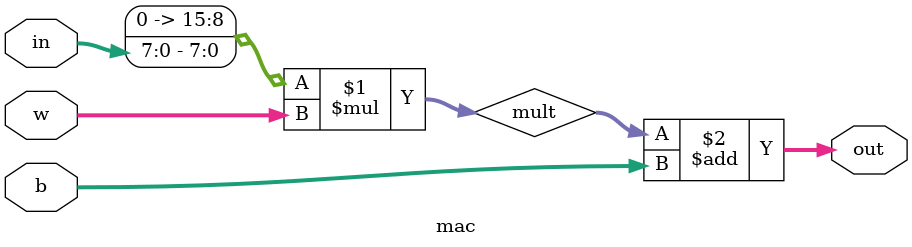
<source format=v>
`timescale 1ns / 1ps

module mac(
    input  wire [7:0]         in,   // unsigned pixel
    input  wire signed [7:0]   w,    // signed weight
    input  wire signed [15:0]  b,    // signed accumulator
    output wire signed [15:0]  out
);
    wire signed [15:0] mult;

    
    assign mult = $signed({1'b0, in}) * w;

    assign out  = mult + b;
endmodule

</source>
